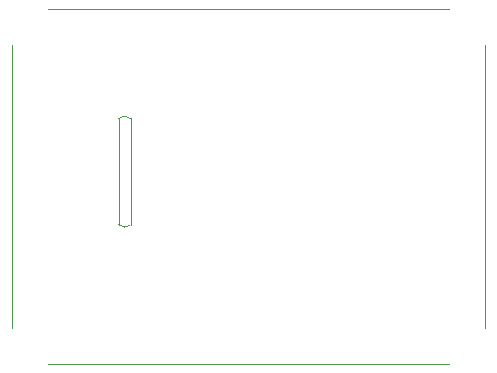
<source format=gm1>
G04*
G04 #@! TF.GenerationSoftware,Altium Limited,Altium Designer,20.0.13 (296)*
G04*
G04 Layer_Color=16711935*
%FSLAX24Y24*%
%MOIN*%
G70*
G01*
G75*
%ADD10C,0.0039*%
D10*
X3543Y4626D02*
G03*
X3937Y4626I197J197D01*
G01*
Y8169D02*
G03*
X3543Y8169I-197J-197D01*
G01*
X3937Y4626D02*
Y8169D01*
X3543Y4626D02*
Y8169D01*
X15748Y1181D02*
Y10630D01*
X1181Y11811D02*
X14567D01*
X1181Y0D02*
X14567D01*
X0Y1181D02*
Y10630D01*
M02*

</source>
